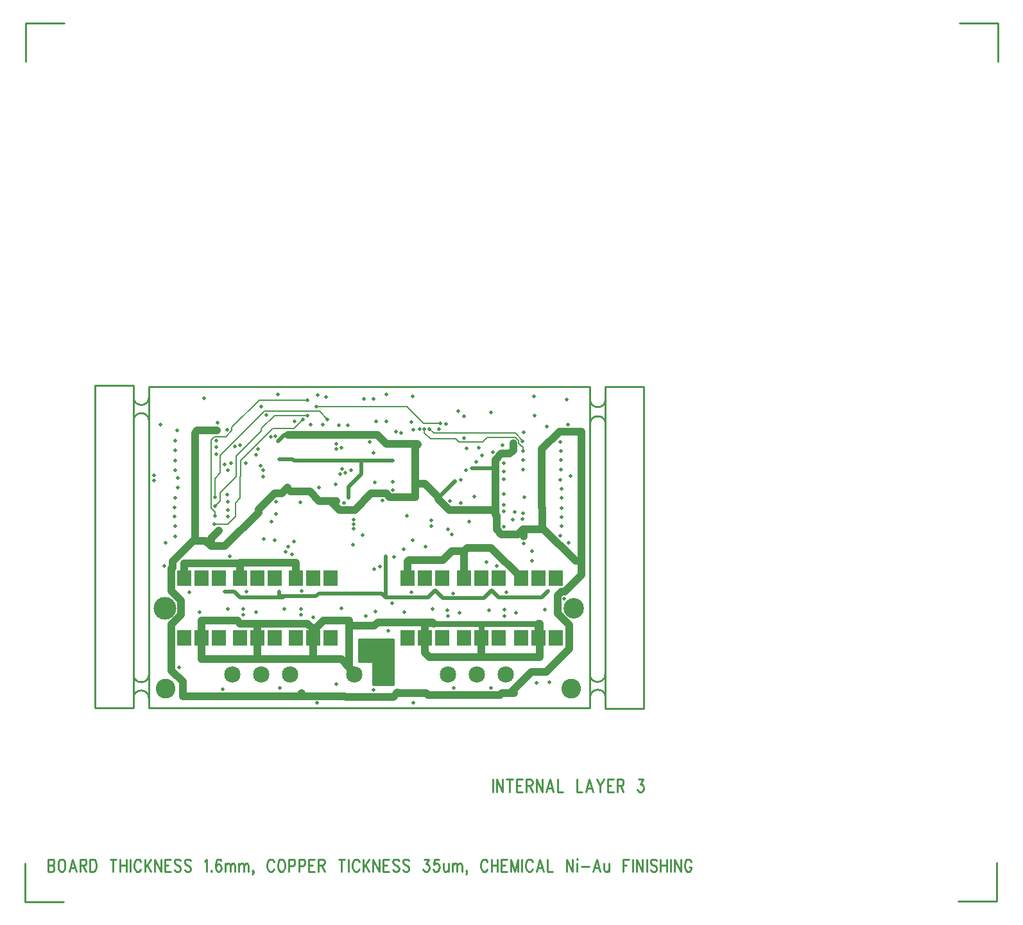
<source format=gbr>
*
*
G04 PADS Layout (Build Number 2007.21.1) generated Gerber (RS-274-X) file*
G04 PC Version=2.1*
*
%IN "2FOC-002.pcb"*%
*
%MOIN*%
*
%FSLAX35Y35*%
*
*
*
*
G04 PC Standard Apertures*
*
*
G04 Thermal Relief Aperture macro.*
%AMTER*
1,1,$1,0,0*
1,0,$1-$2,0,0*
21,0,$3,$4,0,0,45*
21,0,$3,$4,0,0,135*
%
*
*
G04 Annular Aperture macro.*
%AMANN*
1,1,$1,0,0*
1,0,$2,0,0*
%
*
*
G04 Odd Aperture macro.*
%AMODD*
1,1,$1,0,0*
1,0,$1-0.005,0,0*
%
*
*
G04 PC Custom Aperture Macros*
*
*
*
*
*
*
G04 PC Aperture Table*
*
%ADD010C,0.01*%
%ADD028R,0.075X0.084*%
%ADD029C,0.085*%
%ADD070C,0.001*%
%ADD083C,0.00787*%
%ADD085C,0.03937*%
%ADD087C,0.01969*%
%ADD091C,0.0315*%
%ADD092C,0.02362*%
%ADD122C,0.10236*%
%ADD124C,0.1063*%
%ADD125C,0.11811*%
*
*
*
*
G04 PC Circuitry*
G04 Layer Name 2FOC-002.pcb - circuitry*
%LPD*%
*
*
G04 PC Custom Flashes*
G04 Layer Name 2FOC-002.pcb - flashes*
%LPD*%
*
*
G04 PC Circuitry*
G04 Layer Name 2FOC-002.pcb - circuitry*
%LPD*%
*
G54D10*
G01X1990157Y1435460D02*
Y1428898D01*
X1992203Y1435460D02*
Y1428898D01*
Y1435460D02*
X1995385Y1428898D01*
Y1435460D02*
Y1428898D01*
X1999021Y1435460D02*
Y1428898D01*
X1997430Y1435460D02*
X2000612D01*
X2002657D02*
Y1428898D01*
Y1435460D02*
X2005612D01*
X2002657Y1432335D02*
X2004476D01*
X2002657Y1428898D02*
X2005612D01*
X2007657Y1435460D02*
Y1428898D01*
Y1435460D02*
X2009703D01*
X2010385Y1435148*
X2010612Y1434835*
X2010839Y1434210*
Y1433585*
X2010612Y1432960*
X2010385Y1432648*
X2009703Y1432335*
X2007657*
X2009248D02*
X2010839Y1428898D01*
X2012885Y1435460D02*
Y1428898D01*
Y1435460D02*
X2016067Y1428898D01*
Y1435460D02*
Y1428898D01*
X2019930Y1435460D02*
X2018112Y1428898D01*
X2019930Y1435460D02*
X2021748Y1428898D01*
X2018794Y1431085D02*
X2021067D01*
X2023794Y1435460D02*
Y1428898D01*
X2026521*
X2033794Y1435460D02*
Y1428898D01*
X2036521*
X2040385Y1435460D02*
X2038567Y1428898D01*
X2040385Y1435460D02*
X2042203Y1428898D01*
X2039248Y1431085D02*
X2041521D01*
X2044248Y1435460D02*
X2046067Y1432335D01*
Y1428898*
X2047885Y1435460D02*
X2046067Y1432335D01*
X2049930Y1435460D02*
Y1428898D01*
Y1435460D02*
X2052885D01*
X2049930Y1432335D02*
X2051748D01*
X2049930Y1428898D02*
X2052885D01*
X2054930Y1435460D02*
Y1428898D01*
Y1435460D02*
X2056976D01*
X2057657Y1435148*
X2057885Y1434835*
X2058112Y1434210*
Y1433585*
X2057885Y1432960*
X2057657Y1432648*
X2056976Y1432335*
X2054930*
X2056521D02*
X2058112Y1428898D01*
X2065839Y1435460D02*
X2068339D01*
X2066976Y1432960*
X2067657*
X2068112Y1432648*
X2068339Y1432335*
X2068567Y1431398*
Y1430773*
X2068339Y1429835*
X2067885Y1429210*
X2067203Y1428898*
X2066521*
X2065839Y1429210*
X2065612Y1429523*
X2065385Y1430148*
X1759252Y1394122D02*
Y1387559D01*
Y1394122D02*
X1761297D01*
X1761979Y1393809*
X1762207Y1393497*
X1762434Y1392872*
Y1392247*
X1762207Y1391622*
X1761979Y1391309*
X1761297Y1390997*
X1759252D02*
X1761297D01*
X1761979Y1390684*
X1762207Y1390372*
X1762434Y1389747*
Y1388809*
X1762207Y1388184*
X1761979Y1387872*
X1761297Y1387559*
X1759252*
X1765843Y1394122D02*
X1765388Y1393809D01*
X1764934Y1393184*
X1764707Y1392559*
X1764479Y1391622*
Y1390059*
X1764707Y1389122*
X1764934Y1388497*
X1765388Y1387872*
X1765843Y1387559*
X1766752*
X1767207Y1387872*
X1767661Y1388497*
X1767888Y1389122*
X1768116Y1390059*
Y1391622*
X1767888Y1392559*
X1767661Y1393184*
X1767207Y1393809*
X1766752Y1394122*
X1765843*
X1771979D02*
X1770161Y1387559D01*
X1771979Y1394122D02*
X1773797Y1387559D01*
X1770843Y1389747D02*
X1773116D01*
X1775843Y1394122D02*
Y1387559D01*
Y1394122D02*
X1777888D01*
X1778570Y1393809*
X1778797Y1393497*
X1779025Y1392872*
Y1392247*
X1778797Y1391622*
X1778570Y1391309*
X1777888Y1390997*
X1775843*
X1777434D02*
X1779025Y1387559D01*
X1781070Y1394122D02*
Y1387559D01*
Y1394122D02*
X1782661D01*
X1783343Y1393809*
X1783797Y1393184*
X1784025Y1392559*
X1784252Y1391622*
Y1390059*
X1784025Y1389122*
X1783797Y1388497*
X1783343Y1387872*
X1782661Y1387559*
X1781070*
X1793116Y1394122D02*
Y1387559D01*
X1791525Y1394122D02*
X1794707D01*
X1796752D02*
Y1387559D01*
X1799934Y1394122D02*
Y1387559D01*
X1796752Y1390997D02*
X1799934D01*
X1801979Y1394122D02*
Y1387559D01*
X1807434Y1392559D02*
X1807207Y1393184D01*
X1806752Y1393809*
X1806297Y1394122*
X1805388*
X1804934Y1393809*
X1804479Y1393184*
X1804252Y1392559*
X1804025Y1391622*
Y1390059*
X1804252Y1389122*
X1804479Y1388497*
X1804934Y1387872*
X1805388Y1387559*
X1806297*
X1806752Y1387872*
X1807207Y1388497*
X1807434Y1389122*
X1809479Y1394122D02*
Y1387559D01*
X1812661Y1394122D02*
X1809479Y1389747D01*
X1810616Y1391309D02*
X1812661Y1387559D01*
X1814707Y1394122D02*
Y1387559D01*
Y1394122D02*
X1817888Y1387559D01*
Y1394122D02*
Y1387559D01*
X1819934Y1394122D02*
Y1387559D01*
Y1394122D02*
X1822888D01*
X1819934Y1390997D02*
X1821752D01*
X1819934Y1387559D02*
X1822888D01*
X1828116Y1393184D02*
X1827661Y1393809D01*
X1826979Y1394122*
X1826070*
X1825388Y1393809*
X1824934Y1393184*
Y1392559*
X1825161Y1391934*
X1825388Y1391622*
X1825843Y1391309*
X1827207Y1390684*
X1827661Y1390372*
X1827888Y1390059*
X1828116Y1389434*
Y1388497*
X1827661Y1387872*
X1826979Y1387559*
X1826070*
X1825388Y1387872*
X1824934Y1388497*
X1833343Y1393184D02*
X1832888Y1393809D01*
X1832207Y1394122*
X1831297*
X1830616Y1393809*
X1830161Y1393184*
Y1392559*
X1830388Y1391934*
X1830616Y1391622*
X1831070Y1391309*
X1832434Y1390684*
X1832888Y1390372*
X1833116Y1390059*
X1833343Y1389434*
Y1388497*
X1832888Y1387872*
X1832207Y1387559*
X1831297*
X1830616Y1387872*
X1830161Y1388497*
X1840616Y1392872D02*
X1841070Y1393184D01*
X1841752Y1394122*
Y1387559*
X1844025Y1388184D02*
X1843797Y1387872D01*
X1844025Y1387559*
X1844252Y1387872*
X1844025Y1388184*
X1849025Y1393184D02*
X1848797Y1393809D01*
X1848116Y1394122*
X1847661*
X1846979Y1393809*
X1846525Y1392872*
X1846297Y1391309*
Y1389747*
X1846525Y1388497*
X1846979Y1387872*
X1847661Y1387559*
X1847888*
X1848570Y1387872*
X1849025Y1388497*
X1849252Y1389434*
Y1389747*
X1849025Y1390684*
X1848570Y1391309*
X1847888Y1391622*
X1847661*
X1846979Y1391309*
X1846525Y1390684*
X1846297Y1389747*
X1851297Y1391934D02*
Y1387559D01*
Y1390684D02*
X1851979Y1391622D01*
X1852434Y1391934*
X1853116*
X1853570Y1391622*
X1853797Y1390684*
Y1387559*
Y1390684D02*
X1854479Y1391622D01*
X1854934Y1391934*
X1855616*
X1856070Y1391622*
X1856297Y1390684*
Y1387559*
X1858343Y1391934D02*
Y1387559D01*
Y1390684D02*
X1859025Y1391622D01*
X1859479Y1391934*
X1860161*
X1860616Y1391622*
X1860843Y1390684*
Y1387559*
Y1390684D02*
X1861525Y1391622D01*
X1861979Y1391934*
X1862661*
X1863116Y1391622*
X1863343Y1390684*
Y1387559*
X1865843Y1387872D02*
X1865616Y1387559D01*
X1865388Y1387872*
X1865616Y1388184*
X1865843Y1387872*
Y1387247*
X1865616Y1386622*
X1865388Y1386309*
X1876525Y1392559D02*
X1876297Y1393184D01*
X1875843Y1393809*
X1875388Y1394122*
X1874479*
X1874025Y1393809*
X1873570Y1393184*
X1873343Y1392559*
X1873116Y1391622*
Y1390059*
X1873343Y1389122*
X1873570Y1388497*
X1874025Y1387872*
X1874479Y1387559*
X1875388*
X1875843Y1387872*
X1876297Y1388497*
X1876525Y1389122*
X1879934Y1394122D02*
X1879479Y1393809D01*
X1879025Y1393184*
X1878797Y1392559*
X1878570Y1391622*
Y1390059*
X1878797Y1389122*
X1879025Y1388497*
X1879479Y1387872*
X1879934Y1387559*
X1880843*
X1881297Y1387872*
X1881752Y1388497*
X1881979Y1389122*
X1882207Y1390059*
Y1391622*
X1881979Y1392559*
X1881752Y1393184*
X1881297Y1393809*
X1880843Y1394122*
X1879934*
X1884252D02*
Y1387559D01*
Y1394122D02*
X1886297D01*
X1886979Y1393809*
X1887207Y1393497*
X1887434Y1392872*
Y1391934*
X1887207Y1391309*
X1886979Y1390997*
X1886297Y1390684*
X1884252*
X1889479Y1394122D02*
Y1387559D01*
Y1394122D02*
X1891525D01*
X1892207Y1393809*
X1892434Y1393497*
X1892661Y1392872*
Y1391934*
X1892434Y1391309*
X1892207Y1390997*
X1891525Y1390684*
X1889479*
X1894707Y1394122D02*
Y1387559D01*
Y1394122D02*
X1897661D01*
X1894707Y1390997D02*
X1896525D01*
X1894707Y1387559D02*
X1897661D01*
X1899707Y1394122D02*
Y1387559D01*
Y1394122D02*
X1901752D01*
X1902434Y1393809*
X1902661Y1393497*
X1902888Y1392872*
Y1392247*
X1902661Y1391622*
X1902434Y1391309*
X1901752Y1390997*
X1899707*
X1901297D02*
X1902888Y1387559D01*
X1911752Y1394122D02*
Y1387559D01*
X1910161Y1394122D02*
X1913343D01*
X1915388D02*
Y1387559D01*
X1920843Y1392559D02*
X1920616Y1393184D01*
X1920161Y1393809*
X1919707Y1394122*
X1918797*
X1918343Y1393809*
X1917888Y1393184*
X1917661Y1392559*
X1917434Y1391622*
Y1390059*
X1917661Y1389122*
X1917888Y1388497*
X1918343Y1387872*
X1918797Y1387559*
X1919707*
X1920161Y1387872*
X1920616Y1388497*
X1920843Y1389122*
X1922888Y1394122D02*
Y1387559D01*
X1926070Y1394122D02*
X1922888Y1389747D01*
X1924025Y1391309D02*
X1926070Y1387559D01*
X1928116Y1394122D02*
Y1387559D01*
Y1394122D02*
X1931297Y1387559D01*
Y1394122D02*
Y1387559D01*
X1933343Y1394122D02*
Y1387559D01*
Y1394122D02*
X1936297D01*
X1933343Y1390997D02*
X1935161D01*
X1933343Y1387559D02*
X1936297D01*
X1941525Y1393184D02*
X1941070Y1393809D01*
X1940388Y1394122*
X1939479*
X1938797Y1393809*
X1938343Y1393184*
Y1392559*
X1938570Y1391934*
X1938797Y1391622*
X1939252Y1391309*
X1940616Y1390684*
X1941070Y1390372*
X1941297Y1390059*
X1941525Y1389434*
Y1388497*
X1941070Y1387872*
X1940388Y1387559*
X1939479*
X1938797Y1387872*
X1938343Y1388497*
X1946752Y1393184D02*
X1946297Y1393809D01*
X1945616Y1394122*
X1944707*
X1944025Y1393809*
X1943570Y1393184*
Y1392559*
X1943797Y1391934*
X1944025Y1391622*
X1944479Y1391309*
X1945843Y1390684*
X1946297Y1390372*
X1946525Y1390059*
X1946752Y1389434*
Y1388497*
X1946297Y1387872*
X1945616Y1387559*
X1944707*
X1944025Y1387872*
X1943570Y1388497*
X1954479Y1394122D02*
X1956979D01*
X1955616Y1391622*
X1956297*
X1956752Y1391309*
X1956979Y1390997*
X1957207Y1390059*
Y1389434*
X1956979Y1388497*
X1956525Y1387872*
X1955843Y1387559*
X1955161*
X1954479Y1387872*
X1954252Y1388184*
X1954025Y1388809*
X1962207Y1394122D02*
X1959934D01*
X1959707Y1391309*
X1959934Y1391622*
X1960616Y1391934*
X1961297*
X1961979Y1391622*
X1962434Y1390997*
X1962661Y1390059*
X1962434Y1389434*
X1962207Y1388497*
X1961752Y1387872*
X1961070Y1387559*
X1960388*
X1959707Y1387872*
X1959479Y1388184*
X1959252Y1388809*
X1964707Y1391934D02*
Y1388809D01*
X1964934Y1387872*
X1965388Y1387559*
X1966070*
X1966525Y1387872*
X1967207Y1388809*
Y1391934D02*
Y1387559D01*
X1969252Y1391934D02*
Y1387559D01*
Y1390684D02*
X1969934Y1391622D01*
X1970388Y1391934*
X1971070*
X1971525Y1391622*
X1971752Y1390684*
Y1387559*
Y1390684D02*
X1972434Y1391622D01*
X1972888Y1391934*
X1973570*
X1974025Y1391622*
X1974252Y1390684*
Y1387559*
X1976752Y1387872D02*
X1976525Y1387559D01*
X1976297Y1387872*
X1976525Y1388184*
X1976752Y1387872*
Y1387247*
X1976525Y1386622*
X1976297Y1386309*
X1987434Y1392559D02*
X1987207Y1393184D01*
X1986752Y1393809*
X1986297Y1394122*
X1985388*
X1984934Y1393809*
X1984479Y1393184*
X1984252Y1392559*
X1984025Y1391622*
Y1390059*
X1984252Y1389122*
X1984479Y1388497*
X1984934Y1387872*
X1985388Y1387559*
X1986297*
X1986752Y1387872*
X1987207Y1388497*
X1987434Y1389122*
X1989479Y1394122D02*
Y1387559D01*
X1992661Y1394122D02*
Y1387559D01*
X1989479Y1390997D02*
X1992661D01*
X1994707Y1394122D02*
Y1387559D01*
Y1394122D02*
X1997661D01*
X1994707Y1390997D02*
X1996525D01*
X1994707Y1387559D02*
X1997661D01*
X1999707Y1394122D02*
Y1387559D01*
Y1394122D02*
X2001525Y1387559D01*
X2003343Y1394122D02*
X2001525Y1387559D01*
X2003343Y1394122D02*
Y1387559D01*
X2005388Y1394122D02*
Y1387559D01*
X2010843Y1392559D02*
X2010616Y1393184D01*
X2010161Y1393809*
X2009707Y1394122*
X2008797*
X2008343Y1393809*
X2007888Y1393184*
X2007661Y1392559*
X2007434Y1391622*
Y1390059*
X2007661Y1389122*
X2007888Y1388497*
X2008343Y1387872*
X2008797Y1387559*
X2009707*
X2010161Y1387872*
X2010616Y1388497*
X2010843Y1389122*
X2014707Y1394122D02*
X2012888Y1387559D01*
X2014707Y1394122D02*
X2016525Y1387559D01*
X2013570Y1389747D02*
X2015843D01*
X2018570Y1394122D02*
Y1387559D01*
X2021297*
X2028570Y1394122D02*
Y1387559D01*
Y1394122D02*
X2031752Y1387559D01*
Y1394122D02*
Y1387559D01*
X2033797Y1394122D02*
X2034025Y1393809D01*
X2034252Y1394122*
X2034025Y1394434*
X2033797Y1394122*
X2034025Y1391934D02*
Y1387559D01*
X2036297Y1390372D02*
X2040388D01*
X2044252Y1394122D02*
X2042434Y1387559D01*
X2044252Y1394122D02*
X2046070Y1387559D01*
X2043116Y1389747D02*
X2045388D01*
X2048116Y1391934D02*
Y1388809D01*
X2048343Y1387872*
X2048797Y1387559*
X2049479*
X2049934Y1387872*
X2050616Y1388809*
Y1391934D02*
Y1387559D01*
X2057888Y1394122D02*
Y1387559D01*
Y1394122D02*
X2060843D01*
X2057888Y1390997D02*
X2059707D01*
X2062888Y1394122D02*
Y1387559D01*
X2064934Y1394122D02*
Y1387559D01*
Y1394122D02*
X2068116Y1387559D01*
Y1394122D02*
Y1387559D01*
X2070161Y1394122D02*
Y1387559D01*
X2075388Y1393184D02*
X2074934Y1393809D01*
X2074252Y1394122*
X2073343*
X2072661Y1393809*
X2072207Y1393184*
Y1392559*
X2072434Y1391934*
X2072661Y1391622*
X2073116Y1391309*
X2074479Y1390684*
X2074934Y1390372*
X2075161Y1390059*
X2075388Y1389434*
Y1388497*
X2074934Y1387872*
X2074252Y1387559*
X2073343*
X2072661Y1387872*
X2072207Y1388497*
X2077434Y1394122D02*
Y1387559D01*
X2080616Y1394122D02*
Y1387559D01*
X2077434Y1390997D02*
X2080616D01*
X2082661Y1394122D02*
Y1387559D01*
X2084707Y1394122D02*
Y1387559D01*
Y1394122D02*
X2087888Y1387559D01*
Y1394122D02*
Y1387559D01*
X2093343Y1392559D02*
X2093116Y1393184D01*
X2092661Y1393809*
X2092207Y1394122*
X2091297*
X2090843Y1393809*
X2090388Y1393184*
X2090161Y1392559*
X2089934Y1391622*
Y1390059*
X2090161Y1389122*
X2090388Y1388497*
X2090843Y1387872*
X2091297Y1387559*
X2092207*
X2092661Y1387872*
X2093116Y1388497*
X2093343Y1389122*
Y1390059*
X2092207D02*
X2093343D01*
X1920579Y1508319D02*
X1938476D01*
Y1484516*
X1927862*
Y1496524*
X1920579*
Y1508319*
X1927577Y1496524D02*
X1938476Y1507423D01*
X1927862Y1495536D02*
X1938476Y1506151D01*
X1927862Y1494264D02*
X1938476Y1504878D01*
X1927862Y1492991D02*
X1938476Y1503605D01*
X1927862Y1491718D02*
X1938476Y1502332D01*
X1927862Y1490445D02*
X1938476Y1501059D01*
X1927862Y1489172D02*
X1938476Y1499787D01*
X1927862Y1487900D02*
X1938476Y1498514D01*
X1927862Y1486627D02*
X1938476Y1497241D01*
X1927862Y1485354D02*
X1938476Y1495968D01*
X1928297Y1484516D02*
X1938476Y1494695D01*
X1929569Y1484516D02*
X1938476Y1493423D01*
X1930842Y1484516D02*
X1938476Y1492150D01*
X1932115Y1484516D02*
X1938476Y1490877D01*
X1933388Y1484516D02*
X1938476Y1489604D01*
X1934661Y1484516D02*
X1938476Y1488331D01*
X1935933Y1484516D02*
X1938476Y1487059D01*
X1937206Y1484516D02*
X1938476Y1485786D01*
X1926304Y1496524D02*
X1938099Y1508319D01*
X1925031Y1496524D02*
X1936826Y1508319D01*
X1923758Y1496524D02*
X1935554Y1508319D01*
X1922485Y1496524D02*
X1934281Y1508319D01*
X1921213Y1496524D02*
X1933008Y1508319D01*
X1920579Y1497162D02*
X1931735Y1508319D01*
X1920579Y1498435D02*
X1930462Y1508319D01*
X1920579Y1499708D02*
X1929190Y1508319D01*
X1920579Y1500981D02*
X1927917Y1508319D01*
X1920579Y1502254D02*
X1926644Y1508319D01*
X1920579Y1503526D02*
X1925371Y1508319D01*
X1920579Y1504799D02*
X1924098Y1508319D01*
X1920579Y1506072D02*
X1922826Y1508319D01*
X1920579Y1507345D02*
X1921553Y1508319D01*
X1811638Y1472618D02*
X2040748D01*
Y1639331*
X1811638*
Y1472618*
X1767520Y1828110D02*
X1747520D01*
Y1808110*
X1747441Y1391890D02*
Y1371890D01*
X1767441*
X2232087Y1372205D02*
X2252087D01*
Y1392205*
X2252559Y1808031D02*
Y1828031D01*
X2232559*
X1803543Y1640118D02*
Y1472598D01*
X1783465*
Y1639921*
X1803346*
X2040757Y1632696D02*
G75*
G03X2048757I4000J0D01*
G01X2048791Y1619988D02*
G03X2040791I-4000J-0D01*
G01X1803664Y1633822D02*
G03X1811664I4000J0D01*
G01X1811677Y1621551D02*
G03X1803677I-4000J0D01*
G01X1803664Y1489924D02*
G03X1811664I4000J0D01*
G01X1811612Y1477656D02*
G03X1803612I-4000J-0D01*
G01X2040672Y1490121D02*
G03X2048672I4000J0D01*
G01X2068504Y1472205D02*
X2048728D01*
Y1639331*
X2068504*
Y1472205*
X2048805Y1478060D02*
G03X2040805I-4000J-0D01*
G54D28*
G01X1829811Y1508795D03*
X1838811D03*
X1847811D03*
X1858811D03*
X1867811D03*
X1876811D03*
X1887811D03*
X1896811D03*
X1905811D03*
X1847811Y1539795D03*
X1838811D03*
X1829811D03*
X1876811D03*
X1867811D03*
X1858811D03*
X1905811D03*
X1896811D03*
X1887811D03*
X1945811Y1508795D03*
X1954811D03*
X1963811D03*
X1975311D03*
X1984311D03*
X1993311D03*
X2004811D03*
X2013811D03*
X2022811D03*
X1963811Y1539795D03*
X1954811D03*
X1945811D03*
X1993311D03*
X1984311D03*
X1975311D03*
X2022811D03*
X2013811D03*
X2004811D03*
G54D29*
X1918311Y1489795D03*
X1933311D03*
X1854811D03*
X1869811D03*
X1884811D03*
X1966811D03*
X1981811D03*
X1996811D03*
G54D70*
G54D83*
X1922638Y1497795D02*
X1923449Y1496984D01*
Y1496524*
X1936024Y1501929D02*
Y1506524D01*
X1937819Y1508319*
X1845669Y1567874D02*
X1852559D01*
X1856496Y1571811*
Y1578898*
X1859055Y1581457*
Y1592677*
X1859252Y1592874*
Y1600945*
X1875787Y1617480*
X1886815*
X1891756Y1622421*
X1845866Y1582047D02*
Y1591689D01*
X1848646Y1594469*
Y1603720*
X1871480Y1626555*
X1900220*
X1904354Y1622421*
X1845890Y1577146D02*
X1848646Y1579902D01*
Y1584232*
X1857110Y1592697*
Y1603327*
X1870102Y1616319*
Y1617697*
X1876795Y1624390*
X1893724*
X1893921Y1624193*
X1843898Y1582047D02*
Y1577323D01*
Y1576142*
X1845866Y1574173*
Y1572205*
X1843898Y1582047D02*
Y1596220D01*
Y1611772*
X1845472Y1613346*
X1851575*
X1854724Y1616496*
Y1618268*
X1868898Y1632441*
X1893898*
X1898646Y1628917D02*
X1898941Y1629213D01*
X1899039Y1629114*
X1945693*
X1954354Y1620453*
X1963016*
X1954748Y1617303D02*
Y1615335D01*
X1957898Y1612185*
X1971087*
X1972661Y1610610*
X1985063*
X1987425Y1612972*
X2001992*
X2003764Y1611201*
Y1609823*
X2005339Y1608248*
X2005535*
X2005929Y1607854*
Y1605886*
X1957307Y1617303D02*
X1959472Y1615138D01*
X2001795*
X2005732Y1611201*
Y1610807*
G54D85*
X1829134Y1478504D02*
X1861638D01*
X1861854Y1478720*
X1890772*
X1913409*
X1913803Y1478327*
X1938606*
X1940772Y1480492*
X1890772Y1478720D02*
Y1480102D01*
X1890945Y1480276*
X1915748Y1493661D02*
X1918307Y1491102D01*
Y1489799*
X1918311Y1489795*
X1940748Y1480295D02*
X1955732D01*
X1956717Y1479311*
X1993921*
X1994886Y1480276*
X1999236*
X2001378*
X1999236D02*
X2010280Y1491319D01*
X2017937*
X2029945Y1503327*
Y1508795*
X1838811D02*
Y1497795D01*
X1867811*
X1838811Y1508795D02*
Y1517894D01*
X1857504*
X1859079Y1516319*
X1868331*
X1896811Y1497795D02*
X1867811D01*
Y1508795*
Y1515799*
X1868331Y1516319*
X1896811Y1508795D02*
Y1513169D01*
X1897465*
X1902189Y1517894*
X1915748*
Y1515138*
X1896811Y1497795D02*
X1911614D01*
X1915748Y1493661*
X1896811Y1508795D02*
Y1497795D01*
X1954811Y1508795D02*
Y1501358D01*
X1957193Y1498976*
X1984311*
X2014764*
Y1508795*
X1984311Y1498976D02*
Y1508795D01*
X2013811D02*
Y1516319D01*
X2013811*
X2014764*
Y1508795*
X1823386Y1515831D02*
Y1491909D01*
X1829134Y1486201*
Y1478504*
X1823386Y1515831D02*
X1828370Y1520815D01*
Y1524295*
X1868331Y1516319D02*
X1894118D01*
X1896811Y1513626*
Y1513169*
X1915748Y1493661D02*
Y1515138D01*
X1928764*
X1930535Y1516909*
X1958882*
X1959472Y1516319*
X1954811D02*
Y1508795D01*
X2023843Y1529311D02*
Y1530098D01*
Y1530886*
X2025811Y1532854*
X2027583*
X2036244Y1541516*
Y1548799*
X2023843Y1529311D02*
Y1521634D01*
X2029945Y1515531*
Y1508795*
X1823386Y1539350D02*
Y1544996D01*
X1823843Y1545453*
Y1548768*
X1834504Y1559429*
X1835457*
X1823386Y1539350D02*
Y1533248D01*
X1828370Y1528264*
Y1524295*
X1829811Y1539795D02*
Y1547709D01*
X1829902Y1547618*
X1858681*
X1858811Y1547748*
X1859055Y1547992*
X1887811*
Y1539795*
X1858811D02*
Y1547748D01*
X1945811Y1539795D02*
Y1548528D01*
X1946457Y1549173*
X1964173*
X1968898Y1553898*
X1975311*
X1843898Y1556457D02*
Y1560787D01*
X1847835Y1564724*
X1843898Y1556457D02*
X1850988D01*
X1868528Y1573996*
Y1575571*
X1876795Y1583839*
X1880531*
X1883661Y1586969*
X1835457Y1559429D02*
X1840925D01*
X1843898Y1556457*
X1835457Y1559429D02*
Y1615339D01*
X1836614Y1616496*
X1847047*
X1975311Y1553898D02*
X1977102Y1555689D01*
X1989367*
X2004811Y1540245*
Y1539795*
X1975311Y1553898D02*
Y1539795D01*
X2005929Y1565335D02*
X2014787D01*
X2015969Y1566516*
X2005929Y1565335D02*
X2006299Y1564965D01*
Y1561772*
X2015969Y1566516D02*
Y1566122D01*
X2033291Y1548799*
X2036244*
X1884055Y1585984D02*
X1885217Y1584823D01*
X1890354*
X1895299*
X1900043Y1580079*
X1905906*
X1909055*
X1905906D02*
X1910610Y1575374D01*
X1918528*
X1926992Y1583839*
X1934866*
X1936638Y1582067*
X1949846*
Y1588957*
Y1608071*
X1951205Y1609429*
X1949846Y1588957D02*
X1954945D01*
X1961933Y1581969*
Y1580984*
X1967543Y1575374*
X1990768*
X1991535Y1576142*
Y1573035*
X1992150Y1572421*
Y1565335*
X1994709Y1562776*
X2003370*
X2005929Y1565335*
X1991535Y1576142D02*
Y1596614D01*
X2015772Y1576555D02*
Y1606874D01*
X2024803Y1615906*
X2015772Y1576555D02*
X2015969Y1576358D01*
Y1566516*
X1991535Y1596614D02*
Y1601335D01*
X1994709Y1604508*
X1999016*
X2000787Y1606280*
Y1610000*
X1884075Y1614350D02*
X1930339D01*
X1935063Y1609626*
X1951008*
X1951205Y1609429*
X2024803Y1615906D02*
X2036244D01*
Y1548799*
G54D87*
X1851008Y1533051D02*
X1855929D01*
X1858882Y1530098*
X1881323*
X1881717Y1530492*
X1898449*
X1900024Y1532067*
X1909276*
X1879157Y1533051D02*
Y1530492D01*
X1879157*
X1881717*
X1909276Y1532067D02*
X1932504D01*
X1934669Y1529902*
X1956520*
X1960260Y1533642*
X1934669Y1529902D02*
Y1547815D01*
X1960260Y1533642D02*
X1964394Y1529508D01*
X1985457*
X1989591Y1533642*
X1993331Y1529902*
X2015575*
X2019118Y1533445*
X1934669Y1547815D02*
Y1551161D01*
X1915157Y1581457D02*
Y1587358D01*
X1921850Y1594051*
Y1600965*
X1878567Y1611004D02*
X1881913Y1614350D01*
X1884075*
X1879157Y1601555D02*
X1886441D01*
X1887031Y1600965*
X1921850*
X1938213*
X1979134Y1597008D02*
X1991142D01*
X1991535Y1596614*
X1827386Y1493681D03*
X1829134Y1478504D03*
X1850000Y1482441D03*
X1879748Y1483051D03*
X1890945Y1480276D03*
X1908882Y1484823D03*
X1899016Y1475157D03*
X1928173Y1481870D03*
X1940748Y1480295D03*
X1949016Y1475354D03*
X1969906Y1482854D03*
X1989197D03*
X2001378Y1480276D03*
X2012795Y1485591D03*
X2019685Y1485984D03*
X1932677Y1501929D03*
X1929134Y1502126D03*
X1925787D03*
X1922638D03*
Y1497795D03*
X1925787D03*
X1929134D03*
X1932677D03*
X1936047Y1512579D03*
X1936024Y1501929D03*
Y1497795D03*
X1832480Y1532638D03*
X1837819Y1522421D03*
X1851008Y1533051D03*
X1852780Y1523996D03*
X1867150Y1522421D03*
X1860654Y1523996D03*
Y1520846D03*
X1862205Y1532835D03*
X1890772Y1523996D03*
Y1520846D03*
X1890945Y1533228D03*
X1879157Y1533051D03*
X1882087Y1523976D03*
X1897071Y1519469D03*
X1911614Y1524173D03*
X1909276Y1532067D03*
X1929354Y1522618D03*
X1924213Y1520236D03*
X1938016Y1526949D03*
X1944315Y1522421D03*
X1948055Y1532461D03*
X1973055Y1521831D03*
X1966953Y1520256D03*
X1966756Y1523406D03*
X1960260Y1533642D03*
X1969512Y1532067D03*
X1959079Y1523799D03*
X1989591Y1533642D03*
X1988213Y1523406D03*
X1996283Y1520453D03*
Y1523602D03*
X2002386Y1522028D03*
X1997268Y1532461D03*
X2027386Y1529311D03*
X2017346Y1523602D03*
X2019118Y1533445D03*
X1819488Y1546220D03*
X1853567Y1551161D03*
X1882701Y1553720D03*
X1885850Y1552343D03*
X1928567Y1544469D03*
X1931520Y1545846D03*
X1939000Y1550965D03*
X1934669Y1547815D03*
Y1551161D03*
X1992150Y1546437D03*
X1986835Y1548209D03*
X2010654Y1548996D03*
X1825197Y1566890D03*
X1820276Y1558425D03*
X1825000Y1572008D03*
X1825197Y1561772D03*
X1845669Y1567874D03*
X1845866Y1572205D03*
X1847835Y1564724D03*
X1852756Y1572008D03*
X1871283Y1560217D03*
X1875417Y1569272D03*
X1877780Y1573406D03*
X1883882Y1556280D03*
X1886835Y1558839D03*
X1876795Y1559626D03*
X1922638Y1562165D03*
X1917913Y1570236D03*
X1917520Y1557244D03*
X1917913Y1567874D03*
Y1565512D03*
X1943921Y1555098D03*
X1945496Y1572421D03*
X1948646Y1559626D03*
X1958291Y1567106D03*
X1955339Y1556280D03*
X1958291Y1570059D03*
X1968921Y1562579D03*
X1966953Y1565138D03*
X1977976Y1569272D03*
X2006126Y1557854D03*
X2010654Y1554114D03*
X2006102Y1573780D03*
X2005709Y1570630D03*
X2000591Y1570236D03*
X2006299Y1561772D03*
X1996087Y1566516D03*
X2025787Y1571614D03*
Y1566890D03*
X2029528Y1558425D03*
X2025197Y1561969D03*
X1814197Y1593287D03*
Y1590728D03*
X1825024Y1576752D03*
X1825197Y1581654D03*
X1826575Y1591890D03*
Y1586969D03*
X1845866Y1582047D03*
X1845890Y1577146D03*
X1852559Y1579685D03*
X1852362Y1583228D03*
X1852559Y1575354D03*
X1870890Y1592697D03*
X1890378Y1579311D03*
X1877756Y1579685D03*
X1890354Y1584823D03*
X1884646Y1584803D03*
X1883661Y1586969D03*
X1908465Y1588740D03*
X1913016Y1578917D03*
X1909055Y1580079D03*
X1899803Y1586969D03*
X1915157Y1581457D03*
X1928937Y1589724D03*
X1932874Y1580276D03*
X1938386Y1589921D03*
Y1585787D03*
X1973646Y1578917D03*
X1970299Y1590335D03*
X1967937Y1580098D03*
X1973622Y1590906D03*
X1980732Y1582264D03*
X2006520Y1581870D03*
X2001772Y1574173D03*
X1996063Y1574567D03*
Y1578110D03*
Y1583622D03*
X1995866Y1591299D03*
X2030535Y1592894D03*
X2025417Y1590925D03*
X2025787Y1576339D03*
Y1581457D03*
Y1586181D03*
X1825394Y1596024D03*
Y1600945D03*
Y1606260D03*
Y1611378D03*
X1851008Y1598799D03*
X1846457Y1604291D03*
X1846654Y1608031D03*
X1846457Y1611378D03*
X1852756Y1595827D03*
X1869512Y1598209D03*
X1856323Y1608248D03*
X1867346Y1603917D03*
X1871063Y1595827D03*
X1868331Y1606870D03*
X1859079Y1609035D03*
X1854331Y1599764D03*
X1862008D03*
X1878567Y1611004D03*
X1874803Y1613150D03*
X1877362Y1613543D03*
X1879157Y1601555D03*
X1911811Y1596614D03*
X1910827Y1594055D03*
X1913583Y1594646D03*
X1909055Y1607047D03*
Y1609606D03*
X1911638Y1607461D03*
X1928173Y1605098D03*
X1916756Y1595846D03*
X1926378Y1610787D03*
X1938213Y1600965D03*
X1951205Y1609429D03*
X1982898Y1607657D03*
X1984669Y1603720D03*
X1990181Y1605295D03*
X1979134Y1597008D03*
X1976181Y1595827D03*
X1981693Y1600354D03*
X1976772Y1607244D03*
X1975394Y1612756D03*
X2005929Y1601161D03*
Y1605886D03*
Y1596437D03*
X2000787Y1610000D03*
X2005732Y1610807D03*
X1995276Y1609016D03*
X1995866Y1599567D03*
Y1595433D03*
X2025614Y1605886D03*
Y1601161D03*
X2025591Y1596417D03*
X2025394Y1610787D03*
X1817717Y1619646D03*
X1826181Y1616496D03*
X1840181Y1633445D03*
X1847244Y1620630D03*
X1852362Y1617087D03*
X1847047Y1616496D03*
X1870102Y1628917D03*
X1872465Y1624567D03*
X1893921Y1624193D03*
X1887228Y1621240D03*
X1891756Y1622421D03*
X1893898Y1632441D03*
X1898646Y1628917D03*
X1901992Y1619469D03*
X1895496D03*
X1904354Y1622421D03*
X1910236Y1619449D03*
X1923449Y1633051D03*
X1914961Y1619252D03*
X1929748Y1621240D03*
X1928370Y1633051D03*
X1942740Y1615138D03*
X1939984Y1616122D03*
X1952189Y1617303D03*
X1947858Y1621043D03*
X1935039Y1621417D03*
X1948843Y1617106D03*
X1954748Y1617303D03*
X1963016Y1620453D03*
X1962425Y1617303D03*
X1965945Y1620039D03*
X1957307Y1617303D03*
X1972244Y1626732D03*
X1975220Y1623996D03*
X1989370Y1625945D03*
X2012031Y1624193D03*
X2006299Y1615709D03*
X2018331Y1618681D03*
X2028764Y1632657D03*
X2024803Y1615906D03*
X2029331Y1619646D03*
X1878764Y1635413D03*
X1899213Y1634803D03*
X1903740Y1633996D03*
X1934866Y1635413D03*
X1948622Y1634213D03*
X2011614D03*
G54D91*
X1954811Y1516319D02*
X1959472D01*
X1984276*
X2013417*
X2013811Y1515925*
Y1508795*
X1984276Y1516319D02*
X1984311Y1516283D01*
Y1508795*
G54D92*
X1961933Y1581969D02*
X1970299Y1590335D01*
G54D122*
X1820299Y1482461D03*
X2030929D03*
G54D124*
X2032441Y1524295D03*
G54D125*
X1819843D03*
G74*
X0Y0D02*
M02*

</source>
